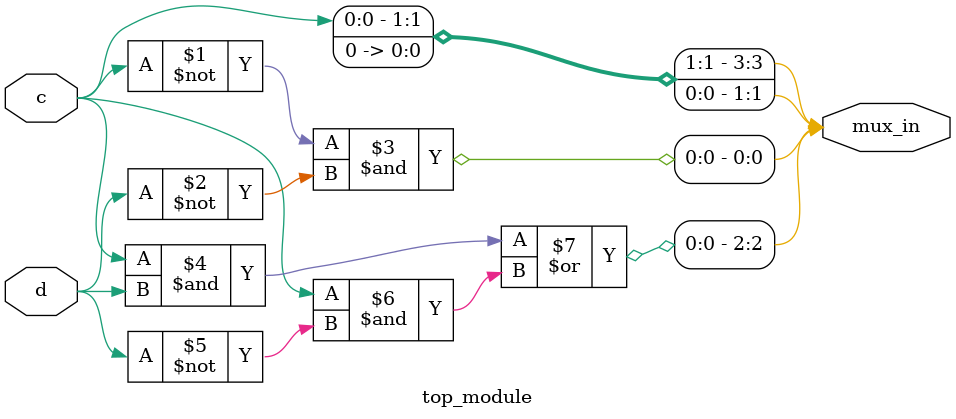
<source format=sv>
module top_module (
	input c,
	input d,
	output [3:0] mux_in
);

    // mux_in[0] corresponds to ab = 00
    assign mux_in[0] = ~c & ~d; // 00: 0, 01: 1, 11: 1, 10: 1 -> ~c & ~d + c & d&#91;not shown computation for all rows&#93;

    // mux_in[1] corresponds to ab = 01
    assign mux_in[1] = 1'b0; // 00: 0, 01: 0, 11: 0, 10: 0 [do not assign 'b as c or d]

    // mux_in[2] corresponds to ab = 11
    assign mux_in[2] = c & d | c & ~d; // 00: 0, 01: 0, 11: 1, 10: 0 -> c & d 

    // mux_in[3] corresponds to ab = 10
    assign mux_in[3] = c; // 00: 1, 01: 0, 11: 1, 10: 1 -> c

endmodule

</source>
